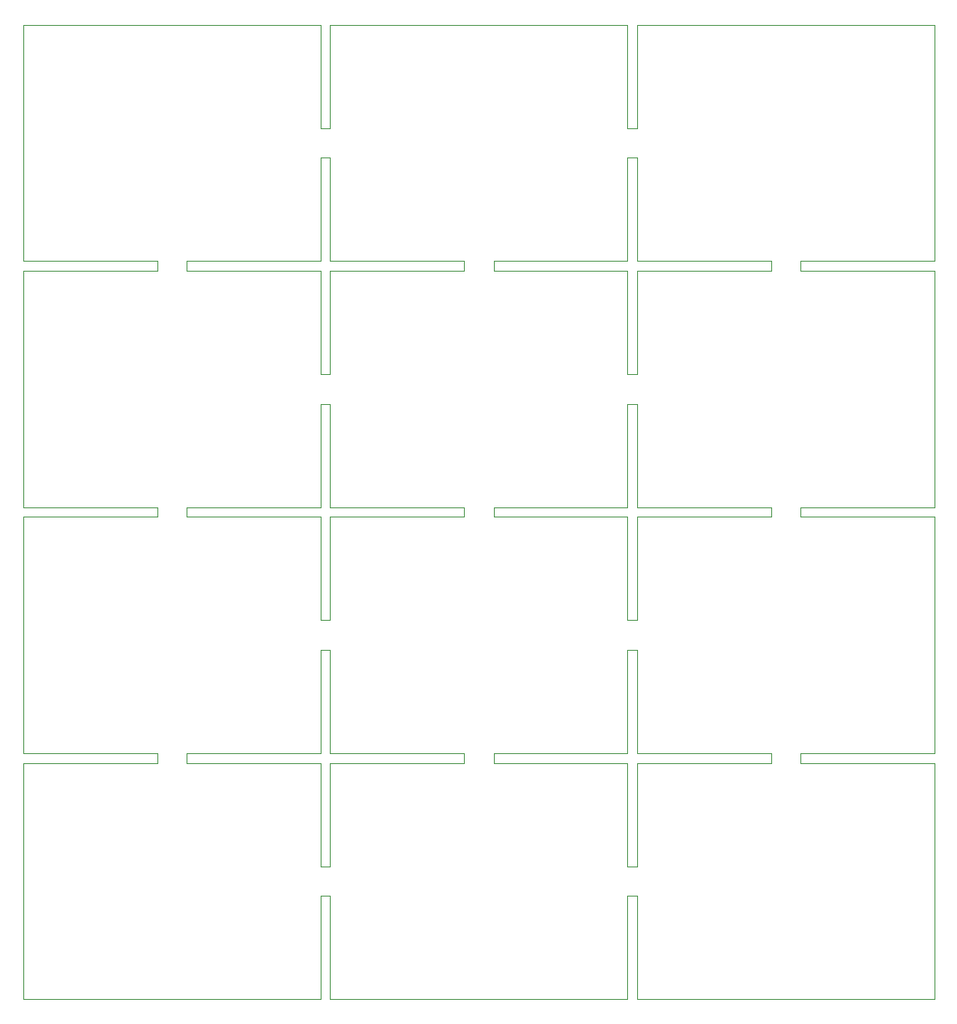
<source format=gm1>
G04 #@! TF.GenerationSoftware,KiCad,Pcbnew,7.0.7*
G04 #@! TF.CreationDate,2024-02-13T21:43:46-05:00*
G04 #@! TF.ProjectId,panelized,70616e65-6c69-47a6-9564-2e6b69636164,rev?*
G04 #@! TF.SameCoordinates,Original*
G04 #@! TF.FileFunction,Profile,NP*
%FSLAX46Y46*%
G04 Gerber Fmt 4.6, Leading zero omitted, Abs format (unit mm)*
G04 Created by KiCad (PCBNEW 7.0.7) date 2024-02-13 21:43:46*
%MOMM*%
%LPD*%
G01*
G04 APERTURE LIST*
G04 #@! TA.AperFunction,Profile*
%ADD10C,0.100000*%
G04 #@! TD*
G04 APERTURE END LIST*
D10*
X115644086Y-117200000D02*
X115644086Y-117700000D01*
X181044086Y-66700000D02*
X194644086Y-66700000D01*
X146844086Y-67700000D02*
X133244086Y-67700000D01*
X115644086Y-116700000D02*
X115644086Y-117200000D01*
X194644086Y-116700000D02*
X194644086Y-92700000D01*
X178044086Y-117700000D02*
X164444086Y-117700000D01*
X115644086Y-92700000D02*
X102044086Y-92700000D01*
X133244086Y-66700000D02*
X146844086Y-66700000D01*
X181044086Y-117200000D02*
X181044086Y-116700000D01*
X164444086Y-131200000D02*
X164444086Y-141700000D01*
X163444086Y-106200000D02*
X163944086Y-106200000D01*
X132244086Y-106200000D02*
X132744086Y-106200000D01*
X149844086Y-92200000D02*
X149844086Y-91700000D01*
X132244086Y-141700000D02*
X132244086Y-131200000D01*
X115644086Y-91700000D02*
X115644086Y-92200000D01*
X133244086Y-128200000D02*
X132744086Y-128200000D01*
X132244086Y-67700000D02*
X132244086Y-67700000D01*
X118644086Y-92200000D02*
X118644086Y-91700000D01*
X132244086Y-78200000D02*
X132244086Y-67700000D01*
X132244086Y-91700000D02*
X132244086Y-81200000D01*
X133244086Y-81200000D02*
X133244086Y-91700000D01*
X133244086Y-92700000D02*
X133244086Y-103200000D01*
X133244086Y-42700000D02*
X133244086Y-53200000D01*
X133244086Y-117700000D02*
X133244086Y-128200000D01*
X164444086Y-42700000D02*
X164444086Y-53200000D01*
X132244086Y-56200000D02*
X132744086Y-56200000D01*
X163444086Y-117700000D02*
X163444086Y-117700000D01*
X132244086Y-103200000D02*
X132244086Y-92700000D01*
X115644086Y-117700000D02*
X102044086Y-117700000D01*
X146844086Y-92700000D02*
X133244086Y-92700000D01*
X118644086Y-117200000D02*
X118644086Y-116700000D01*
X194644086Y-91700000D02*
X194644086Y-67700000D01*
X102044086Y-141700000D02*
X132244086Y-141700000D01*
X102044086Y-117700000D02*
X102044086Y-141700000D01*
X146844086Y-67200000D02*
X146844086Y-67700000D01*
X163944086Y-78200000D02*
X163444086Y-78200000D01*
X149844086Y-67200000D02*
X149844086Y-66700000D01*
X118644086Y-66700000D02*
X132244086Y-66700000D01*
X164444086Y-116700000D02*
X178044086Y-116700000D01*
X115644086Y-67200000D02*
X115644086Y-67700000D01*
X132244086Y-128200000D02*
X132244086Y-117700000D01*
X146844086Y-66700000D02*
X146844086Y-67200000D01*
X164444086Y-81200000D02*
X164444086Y-91700000D01*
X164444086Y-117700000D02*
X164444086Y-128200000D01*
X133244086Y-103200000D02*
X132744086Y-103200000D01*
X181044086Y-116700000D02*
X194644086Y-116700000D01*
X163444086Y-91700000D02*
X163444086Y-91700000D01*
X132244086Y-53200000D02*
X132244086Y-42700000D01*
X132744086Y-103200000D02*
X132744086Y-103200000D01*
X163444086Y-131200000D02*
X163944086Y-131200000D01*
X163444086Y-91700000D02*
X163444086Y-81200000D01*
X132744086Y-103200000D02*
X132244086Y-103200000D01*
X163944086Y-56200000D02*
X164444086Y-56200000D01*
X133244086Y-78200000D02*
X132744086Y-78200000D01*
X163444086Y-116700000D02*
X163444086Y-106200000D01*
X178044086Y-67200000D02*
X178044086Y-67700000D01*
X164444086Y-103200000D02*
X163944086Y-103200000D01*
X133244086Y-116700000D02*
X146844086Y-116700000D01*
X178044086Y-91700000D02*
X178044086Y-92200000D01*
X164444086Y-128200000D02*
X163944086Y-128200000D01*
X132244086Y-117700000D02*
X118644086Y-117700000D01*
X118644086Y-117700000D02*
X118644086Y-117200000D01*
X115644086Y-66700000D02*
X115644086Y-67200000D01*
X118644086Y-67700000D02*
X118644086Y-67200000D01*
X163444086Y-67700000D02*
X163444086Y-67700000D01*
X194644086Y-141700000D02*
X194644086Y-117700000D01*
X163444086Y-56200000D02*
X163944086Y-56200000D01*
X149844086Y-116700000D02*
X163444086Y-116700000D01*
X146844086Y-116700000D02*
X146844086Y-117200000D01*
X164444086Y-92700000D02*
X164444086Y-103200000D01*
X118644086Y-91700000D02*
X132244086Y-91700000D01*
X132244086Y-131200000D02*
X132744086Y-131200000D01*
X163944086Y-131200000D02*
X164444086Y-131200000D01*
X163444086Y-66700000D02*
X163444086Y-56200000D01*
X149844086Y-67700000D02*
X149844086Y-67200000D01*
X132244086Y-81200000D02*
X132744086Y-81200000D01*
X163444086Y-78200000D02*
X163444086Y-67700000D01*
X133244086Y-141700000D02*
X163444086Y-141700000D01*
X149844086Y-91700000D02*
X163444086Y-91700000D01*
X194644086Y-42700000D02*
X164444086Y-42700000D01*
X163944086Y-128200000D02*
X163444086Y-128200000D01*
X194644086Y-117700000D02*
X181044086Y-117700000D01*
X178044086Y-67700000D02*
X164444086Y-67700000D01*
X178044086Y-116700000D02*
X178044086Y-117200000D01*
X164444086Y-67700000D02*
X164444086Y-78200000D01*
X164444086Y-78200000D02*
X163944086Y-78200000D01*
X102044086Y-92700000D02*
X102044086Y-116700000D01*
X118644086Y-67200000D02*
X118644086Y-66700000D01*
X163444086Y-53200000D02*
X163444086Y-42700000D01*
X132744086Y-81200000D02*
X133244086Y-81200000D01*
X163444086Y-81200000D02*
X163944086Y-81200000D01*
X149844086Y-66700000D02*
X163444086Y-66700000D01*
X102044086Y-116700000D02*
X115644086Y-116700000D01*
X146844086Y-91700000D02*
X146844086Y-92200000D01*
X178044086Y-66700000D02*
X178044086Y-67200000D01*
X194644086Y-67700000D02*
X181044086Y-67700000D01*
X132744086Y-128200000D02*
X132244086Y-128200000D01*
X163944086Y-103200000D02*
X163444086Y-103200000D01*
X102044086Y-66700000D02*
X115644086Y-66700000D01*
X163444086Y-117700000D02*
X149844086Y-117700000D01*
X181044086Y-67200000D02*
X181044086Y-66700000D01*
X133244086Y-67700000D02*
X133244086Y-78200000D01*
X102044086Y-67700000D02*
X102044086Y-91700000D01*
X132244086Y-92700000D02*
X118644086Y-92700000D01*
X164444086Y-141700000D02*
X194644086Y-141700000D01*
X163444086Y-103200000D02*
X163444086Y-92700000D01*
X149844086Y-92700000D02*
X149844086Y-92200000D01*
X181044086Y-117700000D02*
X181044086Y-117200000D01*
X194644086Y-92700000D02*
X181044086Y-92700000D01*
X115644086Y-67700000D02*
X102044086Y-67700000D01*
X181044086Y-92700000D02*
X181044086Y-92200000D01*
X133244086Y-53200000D02*
X132744086Y-53200000D01*
X163944086Y-106200000D02*
X164444086Y-106200000D01*
X163444086Y-42700000D02*
X133244086Y-42700000D01*
X164444086Y-106200000D02*
X164444086Y-116700000D01*
X132744086Y-56200000D02*
X133244086Y-56200000D01*
X146844086Y-92200000D02*
X146844086Y-92700000D01*
X163444086Y-92700000D02*
X149844086Y-92700000D01*
X133244086Y-91700000D02*
X146844086Y-91700000D01*
X181044086Y-67700000D02*
X181044086Y-67200000D01*
X118644086Y-116700000D02*
X132244086Y-116700000D01*
X163944086Y-81200000D02*
X164444086Y-81200000D01*
X133244086Y-56200000D02*
X133244086Y-66700000D01*
X102044086Y-91700000D02*
X115644086Y-91700000D01*
X132244086Y-116700000D02*
X132244086Y-106200000D01*
X178044086Y-92700000D02*
X164444086Y-92700000D01*
X102044086Y-42700000D02*
X102044086Y-66700000D01*
X132244086Y-66700000D02*
X132244086Y-56200000D01*
X163444086Y-141700000D02*
X163444086Y-131200000D01*
X149844086Y-117200000D02*
X149844086Y-116700000D01*
X132744086Y-131200000D02*
X133244086Y-131200000D01*
X132744086Y-106200000D02*
X133244086Y-106200000D01*
X164444086Y-56200000D02*
X164444086Y-66700000D01*
X132744086Y-128200000D02*
X132744086Y-128200000D01*
X146844086Y-117200000D02*
X146844086Y-117700000D01*
X132244086Y-67700000D02*
X118644086Y-67700000D01*
X132744086Y-78200000D02*
X132244086Y-78200000D01*
X163944086Y-53200000D02*
X163444086Y-53200000D01*
X102044086Y-67700000D02*
X102044086Y-67700000D01*
X181044086Y-91700000D02*
X194644086Y-91700000D01*
X164444086Y-91700000D02*
X178044086Y-91700000D01*
X194644086Y-66700000D02*
X194644086Y-42700000D01*
X132744086Y-53200000D02*
X132244086Y-53200000D01*
X133244086Y-106200000D02*
X133244086Y-116700000D01*
X115644086Y-92200000D02*
X115644086Y-92700000D01*
X164444086Y-53200000D02*
X163944086Y-53200000D01*
X163444086Y-67700000D02*
X149844086Y-67700000D01*
X163444086Y-128200000D02*
X163444086Y-117700000D01*
X178044086Y-117200000D02*
X178044086Y-117700000D01*
X118644086Y-92700000D02*
X118644086Y-92200000D01*
X149844086Y-117700000D02*
X149844086Y-117200000D01*
X181044086Y-92200000D02*
X181044086Y-91700000D01*
X132244086Y-42700000D02*
X102044086Y-42700000D01*
X146844086Y-117700000D02*
X133244086Y-117700000D01*
X178044086Y-92200000D02*
X178044086Y-92700000D01*
X133244086Y-131200000D02*
X133244086Y-141700000D01*
X164444086Y-66700000D02*
X178044086Y-66700000D01*
M02*

</source>
